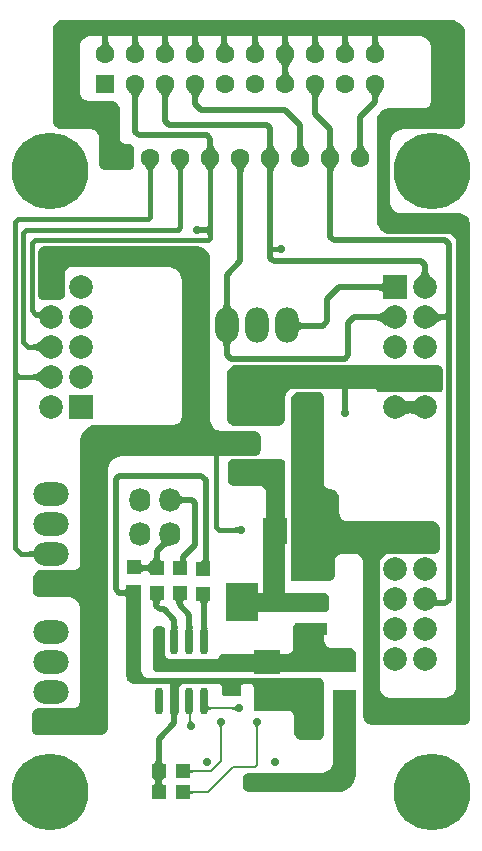
<source format=gbr>
G04*
G04 #@! TF.GenerationSoftware,Altium Limited,Altium Designer,24.2.2 (26)*
G04*
G04 Layer_Physical_Order=2*
G04 Layer_Color=16711680*
%FSLAX44Y44*%
%MOMM*%
G71*
G04*
G04 #@! TF.SameCoordinates,A69A520D-3C44-4C1A-B5D4-BA9765A151AF*
G04*
G04*
G04 #@! TF.FilePolarity,Positive*
G04*
G01*
G75*
%ADD10C,0.2000*%
%ADD15R,1.2000X1.2000*%
%ADD34C,0.5000*%
%ADD35C,1.0000*%
%ADD36C,0.4000*%
%ADD38C,2.0000*%
%ADD39R,2.0000X2.0000*%
%ADD40O,2.4000X1.8000*%
%ADD41R,2.4000X1.8000*%
%ADD42O,1.7780X2.0320*%
%ADD43O,3.0000X2.0000*%
%ADD44C,1.6000*%
%ADD45R,1.6000X1.6000*%
%ADD46C,6.5000*%
%ADD47O,2.0000X3.0000*%
%ADD48C,0.7000*%
%ADD49C,1.2700*%
%ADD50R,1.2000X1.2000*%
%ADD51R,1.9000X1.5000*%
%ADD52R,2.2000X2.0000*%
%ADD53R,2.0000X2.2000*%
%ADD54R,2.7000X1.0000*%
%ADD55R,2.7000X3.3000*%
%ADD56O,0.7000X2.3000*%
%ADD57C,0.5300*%
G36*
X316221Y674616D02*
X316314Y673905D01*
X316469Y673206D01*
X316686Y672519D01*
X316965Y671844D01*
X317306Y671181D01*
X317709Y670531D01*
X318174Y669893D01*
X318701Y669267D01*
X319290Y668653D01*
X308090D01*
X308679Y669267D01*
X309206Y669893D01*
X309671Y670531D01*
X310074Y671181D01*
X310415Y671844D01*
X310694Y672519D01*
X310911Y673206D01*
X311066Y673905D01*
X311159Y674616D01*
X311190Y675339D01*
X316190D01*
X316221Y674616D01*
D02*
G37*
G36*
X290821D02*
X290914Y673905D01*
X291069Y673206D01*
X291286Y672519D01*
X291565Y671844D01*
X291906Y671181D01*
X292309Y670531D01*
X292774Y669893D01*
X293301Y669267D01*
X293890Y668653D01*
X282690D01*
X283279Y669267D01*
X283806Y669893D01*
X284271Y670531D01*
X284674Y671181D01*
X285015Y671844D01*
X285294Y672519D01*
X285511Y673206D01*
X285666Y673905D01*
X285759Y674616D01*
X285790Y675339D01*
X290790D01*
X290821Y674616D01*
D02*
G37*
G36*
X265421D02*
X265514Y673905D01*
X265669Y673206D01*
X265886Y672519D01*
X266165Y671844D01*
X266506Y671181D01*
X266909Y670531D01*
X267374Y669893D01*
X267901Y669267D01*
X268490Y668653D01*
X257290D01*
X257879Y669267D01*
X258406Y669893D01*
X258871Y670531D01*
X259274Y671181D01*
X259615Y671844D01*
X259894Y672519D01*
X260111Y673206D01*
X260266Y673905D01*
X260359Y674616D01*
X260390Y675339D01*
X265390D01*
X265421Y674616D01*
D02*
G37*
G36*
X240021D02*
X240114Y673905D01*
X240269Y673206D01*
X240486Y672519D01*
X240765Y671844D01*
X241106Y671181D01*
X241509Y670531D01*
X241974Y669893D01*
X242501Y669267D01*
X243090Y668653D01*
X231890D01*
X232479Y669267D01*
X233006Y669893D01*
X233471Y670531D01*
X233874Y671181D01*
X234215Y671844D01*
X234494Y672519D01*
X234711Y673206D01*
X234866Y673905D01*
X234959Y674616D01*
X234990Y675339D01*
X239990D01*
X240021Y674616D01*
D02*
G37*
G36*
X214621D02*
X214714Y673905D01*
X214869Y673206D01*
X215086Y672519D01*
X215365Y671844D01*
X215706Y671181D01*
X216109Y670531D01*
X216574Y669893D01*
X217101Y669267D01*
X217690Y668653D01*
X206490D01*
X207079Y669267D01*
X207606Y669893D01*
X208071Y670531D01*
X208474Y671181D01*
X208815Y671844D01*
X209094Y672519D01*
X209311Y673206D01*
X209466Y673905D01*
X209559Y674616D01*
X209590Y675339D01*
X214590D01*
X214621Y674616D01*
D02*
G37*
G36*
X163821D02*
X163914Y673905D01*
X164069Y673206D01*
X164286Y672519D01*
X164565Y671844D01*
X164906Y671181D01*
X165309Y670531D01*
X165774Y669893D01*
X166301Y669267D01*
X166890Y668653D01*
X155690D01*
X156279Y669267D01*
X156806Y669893D01*
X157271Y670531D01*
X157674Y671181D01*
X158015Y671844D01*
X158294Y672519D01*
X158511Y673206D01*
X158666Y673905D01*
X158759Y674616D01*
X158790Y675339D01*
X163790D01*
X163821Y674616D01*
D02*
G37*
G36*
X138421D02*
X138514Y673905D01*
X138669Y673206D01*
X138886Y672519D01*
X139165Y671844D01*
X139506Y671181D01*
X139909Y670531D01*
X140374Y669893D01*
X140901Y669267D01*
X141490Y668653D01*
X130290D01*
X130879Y669267D01*
X131406Y669893D01*
X131871Y670531D01*
X132274Y671181D01*
X132615Y671844D01*
X132894Y672519D01*
X133111Y673206D01*
X133266Y673905D01*
X133359Y674616D01*
X133390Y675339D01*
X138390D01*
X138421Y674616D01*
D02*
G37*
G36*
X113021D02*
X113114Y673905D01*
X113269Y673206D01*
X113486Y672519D01*
X113765Y671844D01*
X114106Y671181D01*
X114509Y670531D01*
X114974Y669893D01*
X115501Y669267D01*
X116090Y668653D01*
X104890D01*
X105479Y669267D01*
X106006Y669893D01*
X106471Y670531D01*
X106874Y671181D01*
X107215Y671844D01*
X107494Y672519D01*
X107711Y673206D01*
X107866Y673905D01*
X107959Y674616D01*
X107990Y675339D01*
X112990D01*
X113021Y674616D01*
D02*
G37*
G36*
X87621D02*
X87714Y673905D01*
X87869Y673206D01*
X88086Y672519D01*
X88365Y671844D01*
X88706Y671181D01*
X89109Y670531D01*
X89574Y669893D01*
X90101Y669267D01*
X90690Y668653D01*
X79490D01*
X80079Y669267D01*
X80606Y669893D01*
X81071Y670531D01*
X81474Y671181D01*
X81815Y671844D01*
X82094Y672519D01*
X82311Y673206D01*
X82466Y673905D01*
X82559Y674616D01*
X82590Y675339D01*
X87590D01*
X87621Y674616D01*
D02*
G37*
G36*
X187954Y674904D02*
X188056Y674190D01*
X188225Y673504D01*
X188463Y672845D01*
X188768Y672214D01*
X189141Y671610D01*
X189582Y671034D01*
X190091Y670485D01*
X190667Y669964D01*
X191312Y669470D01*
X180254Y667692D01*
X180761Y668413D01*
X181614Y669848D01*
X181960Y670562D01*
X182253Y671273D01*
X182493Y671982D01*
X182680Y672689D01*
X182813Y673394D01*
X182893Y674096D01*
X182920Y674796D01*
X187920Y675645D01*
X187954Y674904D01*
D02*
G37*
G36*
X242501Y656613D02*
X241974Y655987D01*
X241509Y655349D01*
X241106Y654698D01*
X240765Y654036D01*
X240486Y653361D01*
X240269Y652674D01*
X240114Y651975D01*
X240021Y651264D01*
X239990Y650541D01*
X234990D01*
X234959Y651264D01*
X234866Y651975D01*
X234711Y652674D01*
X234494Y653361D01*
X234215Y654036D01*
X233874Y654698D01*
X233471Y655349D01*
X233006Y655987D01*
X232479Y656613D01*
X231890Y657227D01*
X243090D01*
X242501Y656613D01*
D02*
G37*
G36*
X240021Y649216D02*
X240114Y648505D01*
X240269Y647806D01*
X240486Y647119D01*
X240765Y646444D01*
X241106Y645781D01*
X241509Y645131D01*
X241974Y644493D01*
X242501Y643867D01*
X243090Y643253D01*
X231890D01*
X232479Y643867D01*
X233006Y644493D01*
X233471Y645131D01*
X233874Y645781D01*
X234215Y646444D01*
X234494Y647119D01*
X234711Y647806D01*
X234866Y648505D01*
X234959Y649216D01*
X234990Y649939D01*
X239990D01*
X240021Y649216D01*
D02*
G37*
G36*
X318701Y631213D02*
X318174Y630587D01*
X317709Y629949D01*
X317306Y629299D01*
X316965Y628636D01*
X316686Y627961D01*
X316469Y627274D01*
X316314Y626575D01*
X316221Y625864D01*
X316190Y625141D01*
X311190D01*
X311159Y625864D01*
X311066Y626575D01*
X310911Y627274D01*
X310694Y627961D01*
X310415Y628636D01*
X310074Y629299D01*
X309671Y629949D01*
X309206Y630587D01*
X308679Y631213D01*
X308090Y631827D01*
X319290D01*
X318701Y631213D01*
D02*
G37*
G36*
X267901D02*
X267374Y630587D01*
X266909Y629949D01*
X266506Y629299D01*
X266165Y628636D01*
X265886Y627961D01*
X265669Y627274D01*
X265514Y626575D01*
X265421Y625864D01*
X265390Y625141D01*
X260390D01*
X260359Y625864D01*
X260266Y626575D01*
X260111Y627274D01*
X259894Y627961D01*
X259615Y628636D01*
X259274Y629299D01*
X258871Y629949D01*
X258406Y630587D01*
X257879Y631213D01*
X257290Y631827D01*
X268490D01*
X267901Y631213D01*
D02*
G37*
G36*
X166301D02*
X165774Y630587D01*
X165309Y629949D01*
X164906Y629299D01*
X164565Y628636D01*
X164286Y627961D01*
X164069Y627274D01*
X163914Y626575D01*
X163821Y625864D01*
X163790Y625141D01*
X158790D01*
X158759Y625864D01*
X158666Y626575D01*
X158511Y627274D01*
X158294Y627961D01*
X158015Y628636D01*
X157674Y629299D01*
X157271Y629949D01*
X156806Y630587D01*
X156279Y631213D01*
X155690Y631827D01*
X166890D01*
X166301Y631213D01*
D02*
G37*
G36*
X140901D02*
X140374Y630587D01*
X139909Y629949D01*
X139506Y629299D01*
X139165Y628636D01*
X138886Y627961D01*
X138669Y627274D01*
X138514Y626575D01*
X138421Y625864D01*
X138390Y625141D01*
X133390D01*
X133359Y625864D01*
X133266Y626575D01*
X133111Y627274D01*
X132894Y627961D01*
X132615Y628636D01*
X132274Y629299D01*
X131871Y629949D01*
X131406Y630587D01*
X130879Y631213D01*
X130290Y631827D01*
X141490D01*
X140901Y631213D01*
D02*
G37*
G36*
X115501D02*
X114974Y630587D01*
X114509Y629949D01*
X114106Y629299D01*
X113765Y628636D01*
X113486Y627961D01*
X113269Y627274D01*
X113114Y626575D01*
X113021Y625864D01*
X112990Y625141D01*
X107990D01*
X107959Y625864D01*
X107866Y626575D01*
X107711Y627274D01*
X107494Y627961D01*
X107215Y628636D01*
X106874Y629299D01*
X106471Y629949D01*
X106006Y630587D01*
X105479Y631213D01*
X104890Y631827D01*
X116090D01*
X115501Y631213D01*
D02*
G37*
G36*
X49530Y692150D02*
X377190Y692150D01*
X377189Y692149D01*
X378440Y692149D01*
X380894Y691661D01*
X383205Y690704D01*
X385285Y689314D01*
X387054Y687546D01*
X388444Y685466D01*
X389402Y683154D01*
X389890Y680701D01*
X389890Y679450D01*
X389890Y607060D01*
X389888Y607059D01*
X389888Y606308D01*
X389596Y604837D01*
X389021Y603450D01*
X388188Y602202D01*
X387127Y601141D01*
X385879Y600307D01*
X384492Y599733D01*
X383020Y599440D01*
X337820D01*
X337820Y599440D01*
X336699Y599384D01*
X334502Y598947D01*
X332432Y598090D01*
X330569Y596845D01*
X328984Y595261D01*
X327740Y593398D01*
X326882Y591328D01*
X326445Y589130D01*
X326390Y588010D01*
Y537210D01*
X326390Y537209D01*
X326433Y536337D01*
X326773Y534628D01*
X327440Y533018D01*
X328408Y531569D01*
X329640Y530337D01*
X331089Y529369D01*
X332699Y528702D01*
X334409Y528363D01*
X335280Y528320D01*
X384810D01*
X384809Y528318D01*
X385685Y528319D01*
X387402Y527977D01*
X389020Y527308D01*
X390476Y526335D01*
X391715Y525097D01*
X392688Y523641D01*
X393358Y522023D01*
X393700Y520306D01*
X393700Y519430D01*
X393700Y100330D01*
X393700Y100330D01*
X393700Y99319D01*
X392926Y97452D01*
X391497Y96023D01*
X389630Y95250D01*
X311150D01*
X311149Y95250D01*
X310398Y95250D01*
X308926Y95543D01*
X307540Y96117D01*
X306292Y96951D01*
X305230Y98012D01*
X304396Y99261D01*
X303822Y100647D01*
X303530Y102120D01*
X303530Y102870D01*
Y232410D01*
X303528Y232409D01*
X303491Y233156D01*
X303200Y234621D01*
X302629Y236001D01*
X301800Y237243D01*
X300744Y238300D01*
X299502Y239130D01*
X298122Y239702D01*
X296657Y239993D01*
X295910Y240030D01*
X285750Y240030D01*
X284511Y239908D01*
X282222Y238960D01*
X280470Y237208D01*
X279522Y234919D01*
X279400Y233680D01*
Y222250D01*
X279397Y222249D01*
X279397Y221239D01*
X278625Y219372D01*
X277196Y217943D01*
X275330Y217170D01*
X274320Y217170D01*
X242570D01*
Y370840D01*
Y372103D01*
X243537Y374437D01*
X245323Y376223D01*
X247657Y377190D01*
X248920D01*
X265430Y377190D01*
X265430Y377190D01*
X266440Y377190D01*
X268307Y376417D01*
X269737Y374987D01*
X270510Y373120D01*
X270510Y372110D01*
X270510Y299719D01*
Y299718D01*
X270608Y298727D01*
X271366Y296896D01*
X272768Y295495D01*
X274599Y294737D01*
X275590Y294640D01*
X275589Y294639D01*
X276340Y294639D01*
X277812Y294347D01*
X279199Y293773D01*
X280447Y292939D01*
X281509Y291878D01*
X282343Y290630D01*
X282917Y289243D01*
X283210Y287771D01*
X283210Y287020D01*
X283210Y274319D01*
Y274317D01*
X283332Y273079D01*
X284280Y270790D01*
X286032Y269039D01*
X288321Y268092D01*
X289560Y267970D01*
X360680D01*
X360679Y267969D01*
X361430Y267969D01*
X362902Y267677D01*
X364289Y267103D01*
X365537Y266269D01*
X366599Y265208D01*
X367433Y263960D01*
X368007Y262573D01*
X368300Y261101D01*
X368300Y260350D01*
X368300Y245110D01*
X368299Y245109D01*
X368299Y244099D01*
X367526Y242232D01*
X366097Y240803D01*
X364230Y240030D01*
X363220Y240030D01*
X326390D01*
X326389Y240029D01*
X325518Y239986D01*
X323809Y239646D01*
X322199Y238979D01*
X320750Y238011D01*
X319518Y236779D01*
X318549Y235330D01*
X317883Y233720D01*
X317543Y232011D01*
X317500Y231140D01*
Y127000D01*
Y126999D01*
X317543Y126128D01*
X317883Y124418D01*
X318549Y122808D01*
X319518Y121359D01*
X320750Y120127D01*
X322199Y119159D01*
X323809Y118492D01*
X325519Y118153D01*
X326390Y118110D01*
X372109D01*
X373105Y118159D01*
X375059Y118547D01*
X376899Y119309D01*
X378556Y120415D01*
X379964Y121824D01*
X381071Y123480D01*
X381833Y125320D01*
X382221Y127274D01*
X382270Y128270D01*
X382270Y504190D01*
X382269Y504189D01*
X382147Y505428D01*
X381200Y507718D01*
X379448Y509470D01*
X377159Y510418D01*
X375920Y510540D01*
X327660Y510540D01*
X326409D01*
X323955Y511028D01*
X321644Y511985D01*
X319564Y513375D01*
X317795Y515144D01*
X316405Y517224D01*
X315448Y519535D01*
X314960Y521989D01*
Y523240D01*
Y607059D01*
X314960Y608060D01*
X315350Y610023D01*
X316115Y611872D01*
X317227Y613537D01*
X318643Y614952D01*
X320307Y616064D01*
X322156Y616830D01*
X324119Y617220D01*
X325120Y617220D01*
X354330Y617220D01*
X354329D01*
X355568Y617342D01*
X357858Y618289D01*
X359610Y620042D01*
X360558Y622331D01*
X360680Y623570D01*
X360680Y669290D01*
X360679Y669289D01*
X360636Y670161D01*
X360297Y671870D01*
X359630Y673480D01*
X358662Y674929D01*
X357430Y676162D01*
X355981Y677130D01*
X354371Y677797D01*
X352661Y678137D01*
X351790Y678180D01*
X72390Y678180D01*
X72389Y678179D01*
X71518Y678137D01*
X69809Y677797D01*
X68199Y677130D01*
X66750Y676162D01*
X65518Y674929D01*
X64550Y673480D01*
X63883Y671870D01*
X63543Y670161D01*
X63500Y669290D01*
Y631190D01*
Y631189D01*
X63537Y630443D01*
X63828Y628978D01*
X64400Y627597D01*
X65230Y626356D01*
X66286Y625299D01*
X67528Y624469D01*
X68908Y623898D01*
X70373Y623607D01*
X71120Y623570D01*
X88900D01*
X88899Y623569D01*
X89775Y623569D01*
X91493Y623228D01*
X93111Y622558D01*
X94567Y621585D01*
X95805Y620347D01*
X96778Y618891D01*
X97448Y617273D01*
X97790Y615556D01*
X97790Y614680D01*
X97790Y599440D01*
Y591820D01*
Y591819D01*
X97888Y590828D01*
X98646Y588997D01*
X100048Y587596D01*
X101879Y586837D01*
X102870Y586740D01*
X105410D01*
X105409Y586739D01*
X106167Y586739D01*
X107568Y586160D01*
X108640Y585088D01*
X109220Y583688D01*
X109220Y582930D01*
X109220Y568960D01*
X109219Y568959D01*
X109219Y568201D01*
X108639Y566801D01*
X107568Y565730D01*
X106168Y565150D01*
X105410Y565150D01*
X85089D01*
X84079Y565150D01*
X82212Y565923D01*
X80783Y567352D01*
X80010Y569220D01*
X80010Y570230D01*
X80010Y591820D01*
X80010D01*
X79973Y592567D01*
X79682Y594032D01*
X79110Y595412D01*
X78280Y596654D01*
X77224Y597710D01*
X75982Y598540D01*
X74602Y599112D01*
X73137Y599403D01*
X72390Y599440D01*
X47509D01*
X46037Y599733D01*
X44651Y600307D01*
X43403Y601141D01*
X42341Y602202D01*
X41507Y603451D01*
X40933Y604837D01*
X40640Y606310D01*
Y607060D01*
X40640Y678180D01*
Y683260D01*
X40640Y684135D01*
X40981Y685853D01*
X41652Y687471D01*
X42624Y688927D01*
X43863Y690165D01*
X45319Y691138D01*
X46937Y691808D01*
X48654Y692150D01*
X49530Y692150D01*
D02*
G37*
G36*
X303521Y586986D02*
X303614Y586275D01*
X303769Y585576D01*
X303986Y584889D01*
X304265Y584214D01*
X304606Y583551D01*
X305009Y582901D01*
X305474Y582263D01*
X306001Y581637D01*
X306590Y581023D01*
X295390D01*
X295979Y581637D01*
X296506Y582263D01*
X296971Y582901D01*
X297374Y583551D01*
X297715Y584214D01*
X297994Y584889D01*
X298211Y585576D01*
X298366Y586275D01*
X298459Y586986D01*
X298490Y587709D01*
X303490D01*
X303521Y586986D01*
D02*
G37*
G36*
X278121D02*
X278214Y586275D01*
X278369Y585576D01*
X278586Y584889D01*
X278865Y584214D01*
X279206Y583551D01*
X279609Y582901D01*
X280074Y582263D01*
X280601Y581637D01*
X281190Y581023D01*
X269990D01*
X270579Y581637D01*
X271106Y582263D01*
X271571Y582901D01*
X271974Y583551D01*
X272315Y584214D01*
X272594Y584889D01*
X272811Y585576D01*
X272966Y586275D01*
X273059Y586986D01*
X273090Y587709D01*
X278090D01*
X278121Y586986D01*
D02*
G37*
G36*
X252721D02*
X252814Y586275D01*
X252969Y585576D01*
X253186Y584889D01*
X253465Y584214D01*
X253806Y583551D01*
X254209Y582901D01*
X254674Y582263D01*
X255201Y581637D01*
X255790Y581023D01*
X244590D01*
X245179Y581637D01*
X245706Y582263D01*
X246171Y582901D01*
X246574Y583551D01*
X246915Y584214D01*
X247194Y584889D01*
X247411Y585576D01*
X247566Y586275D01*
X247659Y586986D01*
X247690Y587709D01*
X252690D01*
X252721Y586986D01*
D02*
G37*
G36*
X227321D02*
X227414Y586275D01*
X227569Y585576D01*
X227786Y584889D01*
X228065Y584214D01*
X228406Y583551D01*
X228809Y582901D01*
X229274Y582263D01*
X229801Y581637D01*
X230390Y581023D01*
X219190D01*
X219779Y581637D01*
X220306Y582263D01*
X220771Y582901D01*
X221174Y583551D01*
X221515Y584214D01*
X221794Y584889D01*
X222011Y585576D01*
X222166Y586275D01*
X222259Y586986D01*
X222290Y587709D01*
X227290D01*
X227321Y586986D01*
D02*
G37*
G36*
X176521D02*
X176614Y586275D01*
X176769Y585576D01*
X176986Y584889D01*
X177265Y584214D01*
X177606Y583551D01*
X178009Y582901D01*
X178474Y582263D01*
X179001Y581637D01*
X179590Y581023D01*
X168390D01*
X168979Y581637D01*
X169506Y582263D01*
X169971Y582901D01*
X170374Y583551D01*
X170715Y584214D01*
X170994Y584889D01*
X171211Y585576D01*
X171366Y586275D01*
X171459Y586986D01*
X171490Y587709D01*
X176490D01*
X176521Y586986D01*
D02*
G37*
G36*
X204429Y569010D02*
X203928Y568406D01*
X203486Y567785D01*
X203102Y567147D01*
X202778Y566492D01*
X202512Y565820D01*
X202306Y565131D01*
X202158Y564425D01*
X202069Y563702D01*
X202040Y562962D01*
X196740D01*
X196710Y563702D01*
X196622Y564425D01*
X196474Y565131D01*
X196268Y565820D01*
X196003Y566492D01*
X195678Y567147D01*
X195294Y567785D01*
X194852Y568406D01*
X194350Y569010D01*
X193790Y569597D01*
X204990D01*
X204429Y569010D01*
D02*
G37*
G36*
X280601Y568983D02*
X280074Y568357D01*
X279609Y567719D01*
X279206Y567068D01*
X278865Y566406D01*
X278586Y565731D01*
X278369Y565044D01*
X278214Y564345D01*
X278121Y563634D01*
X278090Y562911D01*
X273090D01*
X273059Y563634D01*
X272966Y564345D01*
X272811Y565044D01*
X272594Y565731D01*
X272315Y566406D01*
X271974Y567068D01*
X271571Y567719D01*
X271106Y568357D01*
X270579Y568983D01*
X269990Y569597D01*
X281190D01*
X280601Y568983D01*
D02*
G37*
G36*
X229801D02*
X229274Y568357D01*
X228809Y567719D01*
X228406Y567068D01*
X228065Y566406D01*
X227786Y565731D01*
X227569Y565044D01*
X227414Y564345D01*
X227321Y563634D01*
X227290Y562911D01*
X222290D01*
X222259Y563634D01*
X222166Y564345D01*
X222011Y565044D01*
X221794Y565731D01*
X221515Y566406D01*
X221174Y567068D01*
X220771Y567719D01*
X220306Y568357D01*
X219779Y568983D01*
X219190Y569597D01*
X230390D01*
X229801Y568983D01*
D02*
G37*
G36*
X178906Y568893D02*
X177754Y567500D01*
X177286Y566810D01*
X176890Y566124D01*
X176566Y565443D01*
X176314Y564767D01*
X176134Y564095D01*
X176026Y563427D01*
X175990Y562764D01*
X171990D01*
X171954Y563427D01*
X171846Y564095D01*
X171666Y564767D01*
X171414Y565443D01*
X171090Y566124D01*
X170694Y566810D01*
X170226Y567500D01*
X169686Y568194D01*
X169074Y568893D01*
X168390Y569597D01*
X179590D01*
X178906Y568893D01*
D02*
G37*
G36*
X153506D02*
X152354Y567500D01*
X151886Y566810D01*
X151490Y566124D01*
X151166Y565443D01*
X150914Y564767D01*
X150734Y564095D01*
X150626Y563427D01*
X150590Y562764D01*
X146590D01*
X146554Y563427D01*
X146446Y564095D01*
X146266Y564767D01*
X146014Y565443D01*
X145690Y566124D01*
X145294Y566810D01*
X144826Y567500D01*
X144286Y568194D01*
X143674Y568893D01*
X142990Y569597D01*
X154190D01*
X153506Y568893D01*
D02*
G37*
G36*
X128106D02*
X126954Y567500D01*
X126486Y566810D01*
X126090Y566124D01*
X125766Y565443D01*
X125514Y564767D01*
X125334Y564095D01*
X125226Y563427D01*
X125190Y562764D01*
X121190D01*
X121154Y563427D01*
X121046Y564095D01*
X120866Y564767D01*
X120614Y565443D01*
X120290Y566124D01*
X119894Y566810D01*
X119426Y567500D01*
X118886Y568194D01*
X118274Y568893D01*
X117590Y569597D01*
X128790D01*
X128106Y568893D01*
D02*
G37*
G36*
X165164Y516715D02*
X165300Y516638D01*
X165467Y516571D01*
X165667Y516512D01*
X165898Y516463D01*
X166161Y516422D01*
X166783Y516368D01*
X167532Y516350D01*
Y512350D01*
X167142Y512346D01*
X166161Y512278D01*
X165898Y512238D01*
X165667Y512188D01*
X165467Y512130D01*
X165300Y512062D01*
X165164Y511986D01*
X165060Y511900D01*
Y516800D01*
X165164Y516715D01*
D02*
G37*
G36*
X175990Y514350D02*
X171990Y508350D01*
X171950Y509110D01*
X171830Y509790D01*
X171630Y510390D01*
X171350Y510910D01*
X170990Y511350D01*
X170550Y511710D01*
X170030Y511990D01*
X169430Y512190D01*
X168750Y512310D01*
X167990Y512350D01*
Y516350D01*
X168750Y516390D01*
X169430Y516510D01*
X170030Y516710D01*
X170550Y516990D01*
X170990Y517350D01*
X171350Y517790D01*
X171630Y518310D01*
X171830Y518910D01*
X171950Y519590D01*
X171990Y520350D01*
X175990Y514350D01*
D02*
G37*
G36*
X231180Y495390D02*
X231076Y495476D01*
X230940Y495552D01*
X230773Y495620D01*
X230573Y495678D01*
X230342Y495728D01*
X230079Y495768D01*
X229457Y495822D01*
X228708Y495840D01*
Y499840D01*
X229098Y499845D01*
X230079Y499912D01*
X230342Y499953D01*
X230573Y500002D01*
X230773Y500061D01*
X230940Y500128D01*
X231076Y500205D01*
X231180Y500290D01*
Y495390D01*
D02*
G37*
G36*
X358145Y480544D02*
X358280Y479709D01*
X358505Y478869D01*
X358820Y478024D01*
X359225Y477172D01*
X359720Y476315D01*
X360305Y475453D01*
X360980Y474585D01*
X361745Y473711D01*
X362600Y472832D01*
X348600D01*
X349455Y473711D01*
X350895Y475453D01*
X351480Y476315D01*
X351975Y477172D01*
X352380Y478024D01*
X352695Y478869D01*
X352920Y479709D01*
X353055Y480544D01*
X353100Y481373D01*
X358100D01*
X358145Y480544D01*
D02*
G37*
G36*
X320261Y460690D02*
X320211Y461165D01*
X320060Y461590D01*
X319808Y461965D01*
X319456Y462290D01*
X319003Y462565D01*
X318450Y462790D01*
X317796Y462965D01*
X317041Y463090D01*
X316186Y463165D01*
X315231Y463190D01*
Y468190D01*
X316186Y468215D01*
X317041Y468290D01*
X317796Y468415D01*
X318450Y468590D01*
X319003Y468815D01*
X319456Y469090D01*
X319808Y469415D01*
X320060Y469790D01*
X320211Y470215D01*
X320261Y470690D01*
Y460690D01*
D02*
G37*
G36*
X190636Y452753D02*
X190847Y450682D01*
X191032Y449841D01*
X191269Y449130D01*
X191559Y448547D01*
X191901Y448094D01*
X192297Y447771D01*
X192745Y447577D01*
X193246Y447512D01*
X182674D01*
X183175Y447577D01*
X183623Y447771D01*
X184019Y448094D01*
X184361Y448547D01*
X184651Y449130D01*
X184888Y449841D01*
X185073Y450682D01*
X185205Y451653D01*
X185284Y452753D01*
X185310Y453982D01*
X190610D01*
X190636Y452753D01*
D02*
G37*
G36*
X29534Y438887D02*
X29447Y439208D01*
X29311Y439496D01*
X29125Y439751D01*
X28890Y439971D01*
X28605Y440157D01*
X28271Y440309D01*
X27887Y440428D01*
X27454Y440513D01*
X26971Y440563D01*
X26439Y440580D01*
Y444580D01*
X27125Y444595D01*
X28338Y444710D01*
X28864Y444810D01*
X29338Y444939D01*
X29758Y445097D01*
X30125Y445284D01*
X30438Y445499D01*
X30699Y445743D01*
X30906Y446016D01*
X29534Y438887D01*
D02*
G37*
G36*
X363621Y446435D02*
X365363Y444995D01*
X366225Y444410D01*
X367082Y443915D01*
X367933Y443510D01*
X368779Y443195D01*
X369619Y442970D01*
X370454Y442835D01*
X371283Y442790D01*
Y437790D01*
X370454Y437745D01*
X369619Y437610D01*
X368779Y437385D01*
X367933Y437070D01*
X367082Y436665D01*
X366225Y436170D01*
X365363Y435585D01*
X364495Y434910D01*
X363621Y434145D01*
X362741Y433290D01*
Y447290D01*
X363621Y446435D01*
D02*
G37*
G36*
X323059Y433290D02*
X322206Y434117D01*
X321354Y434856D01*
X320503Y435509D01*
X319652Y436074D01*
X318801Y436553D01*
X317952Y436944D01*
X317102Y437249D01*
X316253Y437466D01*
X315405Y437597D01*
X314557Y437640D01*
Y442940D01*
X315405Y442984D01*
X316253Y443114D01*
X317102Y443332D01*
X317952Y443636D01*
X318801Y444028D01*
X319652Y444506D01*
X320503Y445072D01*
X321354Y445724D01*
X322206Y446464D01*
X323059Y447290D01*
Y433290D01*
D02*
G37*
G36*
X248793Y437595D02*
X248941Y437170D01*
X249190Y436795D01*
X249540Y436470D01*
X249993Y436195D01*
X250546Y435970D01*
X251202Y435795D01*
X251959Y435670D01*
X252818Y435595D01*
X253778Y435570D01*
Y430570D01*
X252808Y430545D01*
X251939Y430470D01*
X251173Y430345D01*
X250507Y430171D01*
X249944Y429946D01*
X249482Y429671D01*
X249121Y429347D01*
X248862Y428972D01*
X248705Y428547D01*
X248649Y428073D01*
X248747Y438070D01*
X248793Y437595D01*
D02*
G37*
G36*
X192745Y420559D02*
X192297Y420364D01*
X191901Y420041D01*
X191559Y419588D01*
X191269Y419006D01*
X191032Y418294D01*
X190847Y417453D01*
X190715Y416483D01*
X190636Y415383D01*
X190610Y414154D01*
X185310D01*
X185284Y415383D01*
X185073Y417453D01*
X184888Y418294D01*
X184651Y419006D01*
X184361Y419588D01*
X184019Y420041D01*
X183623Y420364D01*
X183175Y420559D01*
X182674Y420623D01*
X193246D01*
X192745Y420559D01*
D02*
G37*
G36*
X32229Y408290D02*
X31260Y409240D01*
X29391Y410840D01*
X28491Y411490D01*
X27614Y412040D01*
X26760Y412490D01*
X25928Y412840D01*
X25120Y413090D01*
X24335Y413240D01*
X23572Y413290D01*
Y417290D01*
X24335Y417340D01*
X25120Y417490D01*
X25928Y417740D01*
X26760Y418090D01*
X27614Y418540D01*
X28491Y419090D01*
X29391Y419740D01*
X30314Y420490D01*
X32229Y422290D01*
Y408290D01*
D02*
G37*
G36*
X368638Y399277D02*
X370067Y397848D01*
X370840Y395980D01*
X370840Y394970D01*
X370840Y379730D01*
X370840Y379730D01*
X370840Y379171D01*
X370412Y378140D01*
X369623Y377350D01*
X368591Y376922D01*
X368032Y376922D01*
X316497Y376922D01*
X316497D01*
X316192Y376922D01*
X315627Y377156D01*
X315194Y377589D01*
X314960Y378154D01*
X314960Y378460D01*
X314960Y378460D01*
X314935Y378708D01*
X314746Y379165D01*
X314396Y379516D01*
X313938Y379706D01*
X313690Y379730D01*
X243840Y379730D01*
X243840Y379730D01*
X242601Y379608D01*
X240312Y378660D01*
X238560Y376908D01*
X237612Y374619D01*
X237490Y373380D01*
Y355600D01*
X237489Y355600D01*
X237489Y354849D01*
X237197Y353377D01*
X236622Y351991D01*
X235788Y350742D01*
X234727Y349681D01*
X233479Y348847D01*
X232093Y348273D01*
X230620Y347980D01*
X194830D01*
X193357Y348273D01*
X191971Y348847D01*
X190723Y349681D01*
X189661Y350742D01*
X188827Y351991D01*
X188253Y353377D01*
X187960Y354850D01*
Y355600D01*
Y391162D01*
X187960Y392037D01*
X188302Y393755D01*
X188972Y395373D01*
X189945Y396828D01*
X191183Y398066D01*
X192639Y399039D01*
X194257Y399709D01*
X195974Y400050D01*
X196850Y400050D01*
X365760Y400050D01*
X365760Y400050D01*
X366771Y400050D01*
X368638Y399277D01*
D02*
G37*
G36*
X10913Y396864D02*
X10984Y396114D01*
X11101Y395397D01*
X11265Y394713D01*
X11476Y394062D01*
X11734Y393444D01*
X12038Y392859D01*
X12390Y392308D01*
X12788Y391789D01*
X13233Y391304D01*
X8890Y392819D01*
X6890D01*
X10890Y397648D01*
X10913Y396864D01*
D02*
G37*
G36*
X32229Y382890D02*
X31260Y383840D01*
X29391Y385440D01*
X28491Y386090D01*
X27614Y386640D01*
X26760Y387090D01*
X25928Y387440D01*
X25120Y387690D01*
X24335Y387840D01*
X23572Y387890D01*
Y391890D01*
X24335Y391940D01*
X25120Y392090D01*
X25928Y392340D01*
X26760Y392690D01*
X27614Y393140D01*
X28491Y393690D01*
X29391Y394340D01*
X30314Y395090D01*
X32229Y396890D01*
Y382890D01*
D02*
G37*
G36*
X348459Y357090D02*
X348031Y357470D01*
X347531Y357810D01*
X346959Y358110D01*
X346315Y358370D01*
X345599Y358590D01*
X344811Y358770D01*
X343951Y358910D01*
X343036Y359008D01*
X341849Y358910D01*
X340989Y358770D01*
X340201Y358590D01*
X339485Y358370D01*
X338842Y358110D01*
X338270Y357810D01*
X337770Y357470D01*
X337341Y357090D01*
Y371090D01*
X337770Y370710D01*
X338270Y370370D01*
X338842Y370070D01*
X339485Y369810D01*
X340201Y369590D01*
X340989Y369410D01*
X341849Y369270D01*
X342764Y369172D01*
X343951Y369270D01*
X344811Y369410D01*
X345599Y369590D01*
X346315Y369810D01*
X346959Y370070D01*
X347531Y370370D01*
X348031Y370710D01*
X348459Y371090D01*
Y357090D01*
D02*
G37*
G36*
X34290Y500380D02*
X162560Y500380D01*
X162560Y500379D01*
X163686Y500379D01*
X165894Y499940D01*
X167974Y499079D01*
X169846Y497828D01*
X171438Y496236D01*
X172689Y494364D01*
X173551Y492284D01*
X173990Y490076D01*
X173990Y488950D01*
X173990Y353060D01*
X174033Y352189D01*
X174373Y350479D01*
X175040Y348869D01*
X176008Y347420D01*
X177240Y346188D01*
X178689Y345220D01*
X180299Y344553D01*
X182009Y344213D01*
X182880Y344170D01*
X210820D01*
Y344170D01*
X212083D01*
X214417Y343203D01*
X216203Y341417D01*
X217170Y339083D01*
Y337820D01*
Y328930D01*
X217169Y328930D01*
X217169Y327667D01*
X216203Y325333D01*
X214417Y323547D01*
X212083Y322580D01*
X99060D01*
X99060Y322580D01*
X97940Y322525D01*
X95742Y322088D01*
X93672Y321230D01*
X91809Y319986D01*
X90225Y318401D01*
X88980Y316538D01*
X88122Y314468D01*
X87685Y312270D01*
X87630Y311150D01*
X87630Y110490D01*
X87630Y93980D01*
X87630Y93980D01*
X87630Y93230D01*
X87337Y91757D01*
X86763Y90371D01*
X85929Y89122D01*
X84867Y88061D01*
X83619Y87227D01*
X82233Y86653D01*
X80760Y86360D01*
X26930D01*
X25062Y87133D01*
X23633Y88562D01*
X22860Y90429D01*
Y91440D01*
Y102870D01*
X22860Y104133D01*
X23826Y106467D01*
X25613Y108253D01*
X27947Y109220D01*
X29210Y109220D01*
X57150Y109220D01*
X57150D01*
X58389Y109342D01*
X60678Y110290D01*
X62430Y112042D01*
X63378Y114331D01*
X63500Y115570D01*
X63500Y194310D01*
X63500Y194310D01*
X63457Y195181D01*
X63117Y196891D01*
X62450Y198501D01*
X61482Y199950D01*
X60250Y201182D01*
X58801Y202150D01*
X57191Y202817D01*
X55481Y203157D01*
X54610Y203200D01*
X29210Y203200D01*
X29210Y203200D01*
X28200Y203200D01*
X26332Y203973D01*
X24903Y205402D01*
X24130Y207269D01*
X24130Y208280D01*
Y219710D01*
X24130D01*
Y220973D01*
X25097Y223307D01*
X26883Y225093D01*
X29217Y226060D01*
X58420D01*
X58420Y226060D01*
X59411Y226158D01*
X61242Y226916D01*
X62644Y228318D01*
X63402Y230149D01*
X63500Y231140D01*
X63500Y335280D01*
X63500Y335280D01*
X63500Y336656D01*
X64037Y339355D01*
X65090Y341897D01*
X66619Y344185D01*
X68564Y346131D01*
X70853Y347660D01*
X73395Y348713D01*
X76094Y349250D01*
X77470Y349250D01*
X142240Y349250D01*
X142240D01*
X142987Y349287D01*
X144452Y349578D01*
X145832Y350149D01*
X147074Y350979D01*
X148130Y352036D01*
X148960Y353278D01*
X149532Y354658D01*
X149823Y356123D01*
X149860Y356870D01*
X149860Y471170D01*
X149859Y471170D01*
X149804Y472290D01*
X149367Y474488D01*
X148510Y476558D01*
X147265Y478421D01*
X145681Y480005D01*
X143818Y481250D01*
X141748Y482108D01*
X139550Y482545D01*
X138430Y482600D01*
X55880Y482600D01*
Y482600D01*
X54889Y482502D01*
X53058Y481744D01*
X51656Y480342D01*
X50898Y478511D01*
X50800Y477520D01*
Y459740D01*
X50799Y459740D01*
X50799Y458729D01*
X50026Y456862D01*
X48597Y455433D01*
X46730Y454660D01*
X33020D01*
X33020Y454660D01*
X32009Y454660D01*
X30142Y455434D01*
X28713Y456862D01*
X27940Y458730D01*
Y459740D01*
Y494030D01*
X27940Y495293D01*
X28907Y497627D01*
X30693Y499414D01*
X33027Y500380D01*
X34290Y500380D01*
D02*
G37*
G36*
X147783Y290263D02*
X147955Y289841D01*
X148243Y289468D01*
X148646Y289145D01*
X149164Y288871D01*
X149797Y288648D01*
X150546Y288474D01*
X151409Y288349D01*
X152388Y288275D01*
X153481Y288250D01*
Y283250D01*
X152388Y283225D01*
X151409Y283151D01*
X150546Y283026D01*
X149797Y282852D01*
X149164Y282629D01*
X148646Y282355D01*
X148243Y282032D01*
X147955Y281659D01*
X147783Y281237D01*
X147725Y280764D01*
Y290736D01*
X147783Y290263D01*
D02*
G37*
G36*
X197501Y257900D02*
X197397Y257985D01*
X197260Y258062D01*
X197093Y258130D01*
X196893Y258188D01*
X196662Y258237D01*
X196399Y258278D01*
X195777Y258332D01*
X195028Y258350D01*
Y262350D01*
X195418Y262355D01*
X196399Y262422D01*
X196662Y262463D01*
X196893Y262512D01*
X197093Y262570D01*
X197260Y262638D01*
X197397Y262715D01*
X197501Y262800D01*
Y257900D01*
D02*
G37*
G36*
X139582Y246410D02*
X139150Y246644D01*
X138668Y246759D01*
X138139Y246756D01*
X137561Y246634D01*
X136935Y246393D01*
X136260Y246034D01*
X135537Y245557D01*
X134765Y244961D01*
X133945Y244246D01*
X133077Y243413D01*
X129042Y246448D01*
X129853Y247295D01*
X131091Y248815D01*
X131518Y249487D01*
X131815Y250101D01*
X131985Y250657D01*
X132025Y251154D01*
X131937Y251593D01*
X131721Y251975D01*
X131375Y252297D01*
X139582Y246410D01*
D02*
G37*
G36*
X25231Y236044D02*
X25184Y236422D01*
X25044Y236759D01*
X24810Y237057D01*
X24483Y237315D01*
X24063Y237534D01*
X23549Y237712D01*
X22941Y237851D01*
X22241Y237951D01*
X21446Y238010D01*
X20559Y238030D01*
Y242030D01*
X21446Y242050D01*
X22241Y242109D01*
X22941Y242209D01*
X23549Y242348D01*
X24063Y242526D01*
X24483Y242745D01*
X24810Y243003D01*
X25044Y243301D01*
X25184Y243638D01*
X25231Y244016D01*
Y236044D01*
D02*
G37*
G36*
X153585Y236794D02*
X153739Y234165D01*
X153781Y234063D01*
X153827Y234029D01*
X147669D01*
X147843Y234063D01*
X147998Y234165D01*
X148135Y234336D01*
X148253Y234575D01*
X148354Y234882D01*
X148436Y235258D01*
X148500Y235702D01*
X148546Y236213D01*
X148582Y237442D01*
X153582D01*
X153585Y236794D01*
D02*
G37*
G36*
X131064Y238079D02*
X131139Y237229D01*
X131264Y236479D01*
X131439Y235829D01*
X131664Y235279D01*
X131939Y234829D01*
X132264Y234479D01*
X132639Y234229D01*
X133064Y234079D01*
X133539Y234029D01*
X123539D01*
X124014Y234079D01*
X124439Y234229D01*
X124814Y234479D01*
X125139Y234829D01*
X125414Y235279D01*
X125639Y235829D01*
X125814Y236479D01*
X125939Y237229D01*
X126014Y238079D01*
X126039Y239029D01*
X131039D01*
X131064Y238079D01*
D02*
G37*
G36*
X172689Y237435D02*
X172912Y234635D01*
X173015Y234185D01*
X173136Y233835D01*
X173275Y233585D01*
X173433Y233435D01*
X173610Y233385D01*
X165180Y233355D01*
X165655Y233407D01*
X166080Y233559D01*
X166455Y233811D01*
X166780Y234164D01*
X167055Y234617D01*
X167280Y235170D01*
X167455Y235824D01*
X167580Y236577D01*
X167655Y237431D01*
X167680Y238385D01*
X172680D01*
X172689Y237435D01*
D02*
G37*
G36*
X122600Y223060D02*
X122550Y223535D01*
X122399Y223960D01*
X122148Y224335D01*
X121795Y224660D01*
X121343Y224935D01*
X120789Y225160D01*
X120135Y225335D01*
X119381Y225460D01*
X118880Y225504D01*
X118378Y225460D01*
X117624Y225335D01*
X116970Y225160D01*
X116417Y224935D01*
X115964Y224660D01*
X115612Y224335D01*
X115360Y223960D01*
X115209Y223535D01*
X115159Y223060D01*
Y233060D01*
X115209Y232585D01*
X115360Y232160D01*
X115612Y231785D01*
X115964Y231460D01*
X116417Y231185D01*
X116970Y230960D01*
X117624Y230785D01*
X118378Y230660D01*
X118880Y230616D01*
X119381Y230660D01*
X120135Y230785D01*
X120789Y230960D01*
X121343Y231185D01*
X121795Y231460D01*
X122148Y231785D01*
X122399Y232160D01*
X122550Y232585D01*
X122600Y233060D01*
Y223060D01*
D02*
G37*
G36*
X152203Y201073D02*
X151816Y200928D01*
X151474Y200688D01*
X151178Y200351D01*
X150927Y199919D01*
X150723Y199390D01*
X150563Y198764D01*
X150449Y198043D01*
X150381Y197226D01*
X150358Y196312D01*
X145358D01*
X145335Y197226D01*
X145267Y198043D01*
X145153Y198764D01*
X144993Y199390D01*
X144788Y199919D01*
X144538Y200351D01*
X144242Y200688D01*
X143900Y200928D01*
X143513Y201073D01*
X143080Y201121D01*
X152636D01*
X152203Y201073D01*
D02*
G37*
G36*
X132795Y201070D02*
X132370Y200919D01*
X131995Y200668D01*
X131670Y200316D01*
X131395Y199863D01*
X131170Y199310D01*
X130995Y198656D01*
X130870Y197901D01*
X130795Y197046D01*
X130770Y196090D01*
X125770D01*
X125745Y197046D01*
X125670Y197901D01*
X125545Y198656D01*
X125370Y199310D01*
X125145Y199863D01*
X124870Y200316D01*
X124545Y200668D01*
X124170Y200919D01*
X123745Y201070D01*
X123270Y201121D01*
X133270D01*
X132795Y201070D01*
D02*
G37*
G36*
X173053Y200397D02*
X172628Y200247D01*
X172253Y199997D01*
X171928Y199647D01*
X171653Y199197D01*
X171427Y198647D01*
X171252Y197997D01*
X171127Y197247D01*
X171052Y196397D01*
X171028Y195447D01*
X166028D01*
X166003Y196397D01*
X165928Y197247D01*
X165802Y197997D01*
X165627Y198647D01*
X165403Y199197D01*
X165128Y199647D01*
X164802Y199997D01*
X164428Y200247D01*
X164002Y200397D01*
X163528Y200447D01*
X173528D01*
X173053Y200397D01*
D02*
G37*
G36*
X233680Y320040D02*
X234438Y320040D01*
X235839Y319460D01*
X236910Y318388D01*
X237491Y316987D01*
X237491Y316229D01*
X237491Y299720D01*
Y207010D01*
X266701D01*
X270511Y207010D01*
X270511Y207008D01*
X271268Y207009D01*
X272669Y206430D01*
X273741Y205358D01*
X274321Y203958D01*
X274321Y203200D01*
X274321Y194310D01*
X274319Y194310D01*
X274319Y193552D01*
X273740Y192152D01*
X272668Y191080D01*
X271268Y190500D01*
X270511Y190500D01*
X201931D01*
Y207010D01*
X218441D01*
Y260350D01*
X220981D01*
X220981Y292099D01*
X220980Y292099D01*
X220883Y293091D01*
X220124Y294922D01*
X218723Y296324D01*
X216891Y297082D01*
X215900Y297180D01*
X194310Y297180D01*
X194310D01*
X193300Y297180D01*
X191433Y297953D01*
X190004Y299382D01*
X189231Y301249D01*
X189231Y302259D01*
Y316231D01*
Y316988D01*
X189811Y318388D01*
X190882Y319460D01*
X192282Y320040D01*
X193040D01*
X233680Y320040D01*
X233680Y320040D01*
D02*
G37*
G36*
X158715Y180954D02*
X158970Y177022D01*
X159050Y176669D01*
X159140Y176401D01*
X159241Y176220D01*
X153179D01*
X153280Y176401D01*
X153370Y176669D01*
X153450Y177022D01*
X153519Y177462D01*
X153625Y178601D01*
X153705Y180954D01*
X153710Y181911D01*
X158710D01*
X158715Y180954D01*
D02*
G37*
G36*
X146015D02*
X146270Y177022D01*
X146350Y176669D01*
X146440Y176401D01*
X146541Y176220D01*
X140479D01*
X140580Y176401D01*
X140670Y176669D01*
X140750Y177022D01*
X140819Y177462D01*
X140925Y178601D01*
X141005Y180954D01*
X141010Y181911D01*
X146010D01*
X146015Y180954D01*
D02*
G37*
G36*
X171037Y181293D02*
X171256Y178314D01*
X171356Y177751D01*
X171475Y177260D01*
X171612Y176841D01*
X171767Y176494D01*
X171941Y176220D01*
X165530Y175376D01*
X165624Y175653D01*
X165709Y176002D01*
X165784Y176424D01*
X165903Y177486D01*
X165983Y178839D01*
X166028Y181413D01*
X171028Y182218D01*
X171037Y181293D01*
D02*
G37*
G36*
X270510Y166370D02*
X270510Y166370D01*
X270632Y165131D01*
X271580Y162842D01*
X273332Y161090D01*
X275621Y160142D01*
X276860Y160020D01*
X292100D01*
X292100Y160020D01*
X293110Y160020D01*
X294978Y159247D01*
X296407Y157817D01*
X297180Y155950D01*
X297180Y154940D01*
X297180Y139700D01*
X270510D01*
X243840Y139700D01*
X129540D01*
X128782Y139700D01*
X127382Y140280D01*
X126310Y141352D01*
X125730Y142752D01*
X125730Y143510D01*
Y175262D01*
X125730Y176019D01*
X126310Y177419D01*
X127382Y178491D01*
X128782Y179070D01*
X129540Y179070D01*
X132080Y179070D01*
X132080Y179070D01*
X132838Y179070D01*
X134238Y178490D01*
X135310Y177418D01*
X135890Y176018D01*
X135890Y175260D01*
X135890Y154940D01*
Y154940D01*
X135963Y154197D01*
X136532Y152823D01*
X137583Y151772D01*
X138957Y151203D01*
X139700Y151130D01*
X179674Y151130D01*
X180052Y151167D01*
X180750Y151456D01*
X181284Y151990D01*
X181573Y152688D01*
X181610Y153066D01*
X181610Y153066D01*
X181610Y153439D01*
X181895Y154128D01*
X182423Y154655D01*
X183111Y154940D01*
X183484Y154940D01*
X238760Y154940D01*
X239751Y155038D01*
X241582Y155796D01*
X242984Y157198D01*
X243742Y159029D01*
X243840Y160020D01*
Y176530D01*
X243840Y177540D01*
X244613Y179408D01*
X246042Y180837D01*
X247910Y181610D01*
X270510D01*
Y166370D01*
D02*
G37*
G36*
X172398Y111030D02*
X172458Y110860D01*
X172558Y110710D01*
X172700Y110580D01*
X172882Y110470D01*
X173106Y110380D01*
X173370Y110310D01*
X173676Y110260D01*
X174022Y110230D01*
X174410Y110220D01*
Y108220D01*
X174019Y108210D01*
X173669Y108180D01*
X173361Y108130D01*
X173093Y108061D01*
X172866Y107971D01*
X172680Y107861D01*
X172535Y107732D01*
X172432Y107583D01*
X172368Y107413D01*
X172346Y107224D01*
X172379Y111220D01*
X172398Y111030D01*
D02*
G37*
G36*
X195620Y106770D02*
X195335Y107045D01*
X195047Y107292D01*
X194758Y107509D01*
X194466Y107698D01*
X194171Y107858D01*
X193875Y107988D01*
X193576Y108090D01*
X193275Y108162D01*
X192971Y108205D01*
X192666Y108220D01*
Y110220D01*
X192971Y110234D01*
X193275Y110278D01*
X193576Y110351D01*
X193875Y110452D01*
X194171Y110583D01*
X194466Y110742D01*
X194758Y110931D01*
X195047Y111148D01*
X195335Y111395D01*
X195620Y111670D01*
Y106770D01*
D02*
G37*
G36*
X158635Y105154D02*
X158469Y105038D01*
X158323Y104874D01*
X158196Y104662D01*
X158089Y104403D01*
X158001Y104096D01*
X157933Y103741D01*
X157884Y103339D01*
X157855Y102889D01*
X157845Y102392D01*
X155845Y102018D01*
X155835Y102495D01*
X155756Y103282D01*
X155687Y103593D01*
X155598Y103850D01*
X155489Y104051D01*
X155361Y104198D01*
X155212Y104290D01*
X155044Y104326D01*
X154857Y104308D01*
X158821Y105223D01*
X158635Y105154D01*
D02*
G37*
G36*
X157861Y99245D02*
X157909Y98940D01*
X157988Y98645D01*
X158099Y98361D01*
X158243Y98088D01*
X158418Y97826D01*
X158624Y97574D01*
X158863Y97333D01*
X159134Y97102D01*
X159436Y96882D01*
X154617Y95993D01*
X154851Y96340D01*
X155243Y97013D01*
X155403Y97340D01*
X155538Y97662D01*
X155649Y97977D01*
X155735Y98286D01*
X155796Y98588D01*
X155833Y98884D01*
X155845Y99175D01*
X157845Y99561D01*
X157861Y99245D01*
D02*
G37*
G36*
X215534Y95005D02*
X215288Y94718D01*
X215070Y94428D01*
X214882Y94136D01*
X214722Y93841D01*
X214592Y93545D01*
X214491Y93246D01*
X214418Y92945D01*
X214375Y92641D01*
X214360Y92336D01*
X212360D01*
X212346Y92641D01*
X212302Y92945D01*
X212229Y93246D01*
X212128Y93545D01*
X211998Y93841D01*
X211838Y94136D01*
X211649Y94428D01*
X211432Y94718D01*
X211185Y95005D01*
X210910Y95290D01*
X215810D01*
X215534Y95005D01*
D02*
G37*
G36*
X185054D02*
X184808Y94718D01*
X184590Y94428D01*
X184402Y94136D01*
X184242Y93841D01*
X184112Y93545D01*
X184011Y93246D01*
X183938Y92945D01*
X183895Y92641D01*
X183880Y92336D01*
X181880D01*
X181866Y92641D01*
X181822Y92945D01*
X181749Y93246D01*
X181648Y93545D01*
X181518Y93841D01*
X181358Y94136D01*
X181169Y94428D01*
X180952Y94718D01*
X180706Y95005D01*
X180430Y95290D01*
X185330D01*
X185054Y95005D01*
D02*
G37*
G36*
X115570Y140970D02*
Y140970D01*
X115692Y139731D01*
X116640Y137442D01*
X118392Y135690D01*
X120681Y134742D01*
X121920Y134620D01*
X148590D01*
X212090Y134620D01*
Y134620D01*
X265380Y134620D01*
X266401Y134620D01*
X268286Y133839D01*
X269729Y132396D01*
X270510Y130510D01*
X270510Y129490D01*
X270510Y129490D01*
X270510Y87630D01*
Y86620D01*
X269736Y84752D01*
X268307Y83323D01*
X266440Y82550D01*
X265430D01*
Y82550D01*
X251460D01*
X250197Y82550D01*
X247863Y83517D01*
X246077Y85303D01*
X245110Y87637D01*
X245110Y88900D01*
Y88900D01*
X245110Y101600D01*
X245012Y102591D01*
X244254Y104422D01*
X242852Y105824D01*
X241021Y106582D01*
X240030Y106680D01*
X240030Y106680D01*
X210820D01*
Y127000D01*
X210820D01*
X210771Y127495D01*
X210392Y128411D01*
X209691Y129112D01*
X208776Y129491D01*
X208280Y129540D01*
X201930D01*
X201930Y129540D01*
X201553Y129503D01*
X200858Y129215D01*
X200325Y128682D01*
X200037Y127986D01*
X200000Y127610D01*
Y121260D01*
X200000Y121260D01*
X200000Y120886D01*
X199714Y120195D01*
X199185Y119666D01*
X198494Y119380D01*
X186690D01*
X186185Y119380D01*
X185251Y119767D01*
X184537Y120481D01*
X184150Y121415D01*
Y121920D01*
Y127000D01*
X184150D01*
X184101Y127495D01*
X183722Y128411D01*
X183021Y129112D01*
X182106Y129491D01*
X181610Y129540D01*
X151130D01*
X151130Y129539D01*
X150387Y129466D01*
X149013Y128898D01*
X147962Y127847D01*
X147393Y126473D01*
X147320Y125730D01*
Y106680D01*
Y106175D01*
X146933Y105241D01*
X146219Y104527D01*
X146208Y104522D01*
X146201Y104478D01*
X146095Y103339D01*
X146015Y100986D01*
X146010Y100029D01*
X141010D01*
X141005Y100986D01*
X140773Y104554D01*
X140087Y105241D01*
X139700Y106174D01*
X139700Y106679D01*
Y129540D01*
X109740D01*
X108267Y129833D01*
X106881Y130407D01*
X105632Y131241D01*
X104571Y132303D01*
X103737Y133551D01*
X103163Y134937D01*
X102870Y136410D01*
Y137160D01*
Y203272D01*
X102828Y203335D01*
X102476Y203660D01*
X102023Y203935D01*
X101470Y204160D01*
X100816Y204335D01*
X100062Y204460D01*
X99206Y204535D01*
X98251Y204560D01*
Y209560D01*
X99206Y209585D01*
X100062Y209660D01*
X100816Y209785D01*
X101470Y209960D01*
X102023Y210185D01*
X102476Y210460D01*
X102828Y210785D01*
X102870Y210847D01*
Y213360D01*
X115570D01*
Y140970D01*
D02*
G37*
G36*
X132605Y65894D02*
X132680Y65038D01*
X132805Y64284D01*
X132980Y63630D01*
X133205Y63077D01*
X133480Y62624D01*
X133805Y62272D01*
X134180Y62020D01*
X134605Y61869D01*
X135080Y61819D01*
X125080D01*
X125555Y61869D01*
X125980Y62020D01*
X126355Y62272D01*
X126680Y62624D01*
X126955Y63077D01*
X127180Y63630D01*
X127355Y64284D01*
X127480Y65038D01*
X127555Y65894D01*
X127580Y66849D01*
X132580D01*
X132605Y65894D01*
D02*
G37*
G36*
X297180Y54610D02*
X297180Y54610D01*
X297180Y52984D01*
X296546Y49794D01*
X295301Y46789D01*
X293494Y44085D01*
X291194Y41786D01*
X288490Y39979D01*
X285486Y38734D01*
X282296Y38100D01*
X280670Y38100D01*
X207010Y38100D01*
X207010Y38100D01*
X205999D01*
X204132Y38873D01*
X202703Y40302D01*
X201930Y42169D01*
X201930Y43180D01*
Y49530D01*
X201930Y50540D01*
X202703Y52408D01*
X204132Y53837D01*
X205999Y54610D01*
X207010Y54610D01*
X222250Y54610D01*
X267970D01*
X268966Y54659D01*
X270919Y55047D01*
X272759Y55809D01*
X274416Y56916D01*
X275824Y58324D01*
X276931Y59980D01*
X277693Y61821D01*
X278081Y63774D01*
X278130Y64770D01*
X278130Y124460D01*
X297180D01*
Y54610D01*
D02*
G37*
G36*
X157039Y57690D02*
X157100Y57520D01*
X157202Y57370D01*
X157344Y57240D01*
X157527Y57130D01*
X157750Y57040D01*
X158014Y56970D01*
X158319Y56920D01*
X158664Y56890D01*
X159050Y56880D01*
Y54880D01*
X158664Y54870D01*
X158319Y54840D01*
X158014Y54790D01*
X157750Y54720D01*
X157527Y54630D01*
X157344Y54520D01*
X157202Y54390D01*
X157100Y54240D01*
X157039Y54070D01*
X157019Y53880D01*
Y57880D01*
X157039Y57690D01*
D02*
G37*
G36*
X134605Y49891D02*
X134180Y49740D01*
X133805Y49488D01*
X133480Y49136D01*
X133205Y48683D01*
X132980Y48130D01*
X132805Y47476D01*
X132725Y46990D01*
X132805Y46504D01*
X132980Y45850D01*
X133205Y45297D01*
X133480Y44844D01*
X133805Y44492D01*
X134180Y44240D01*
X134605Y44089D01*
X135080Y44039D01*
X125080D01*
X125555Y44089D01*
X125980Y44240D01*
X126355Y44492D01*
X126680Y44844D01*
X126955Y45297D01*
X127180Y45850D01*
X127355Y46504D01*
X127436Y46990D01*
X127355Y47476D01*
X127180Y48130D01*
X126955Y48683D01*
X126680Y49136D01*
X126355Y49488D01*
X125980Y49740D01*
X125555Y49891D01*
X125080Y49941D01*
X135080D01*
X134605Y49891D01*
D02*
G37*
G36*
X157039Y39910D02*
X157100Y39740D01*
X157202Y39590D01*
X157344Y39460D01*
X157527Y39350D01*
X157750Y39260D01*
X158014Y39190D01*
X158319Y39140D01*
X158664Y39110D01*
X159050Y39100D01*
Y37100D01*
X158664Y37090D01*
X158319Y37060D01*
X158014Y37010D01*
X157750Y36940D01*
X157527Y36850D01*
X157344Y36740D01*
X157202Y36610D01*
X157100Y36460D01*
X157039Y36290D01*
X157019Y36100D01*
Y40100D01*
X157039Y39910D01*
D02*
G37*
%LPC*%
G36*
X179674Y151130D02*
D01*
X179674D01*
X179674D01*
D02*
G37*
%LPD*%
D10*
X151080Y38100D02*
X171831D01*
X151080Y55880D02*
X174262D01*
X182880Y64498D01*
Y97790D01*
X213360Y60861D02*
Y97790D01*
X212189Y59690D02*
X213360Y60861D01*
X193421Y59690D02*
X212189D01*
X171831Y38100D02*
X193421Y59690D01*
X171220Y109220D02*
X198120D01*
X168910Y111530D02*
Y115470D01*
Y111530D02*
X171220Y109220D01*
X156845Y94615D02*
Y114835D01*
X156210Y115470D02*
X156845Y114835D01*
Y94615D02*
X157480Y93980D01*
D15*
X167640Y206416D02*
D03*
Y227416D02*
D03*
X193040Y125644D02*
D03*
Y146644D02*
D03*
X109220Y207550D02*
D03*
Y228550D02*
D03*
X147858Y228060D02*
D03*
Y207060D02*
D03*
X128539Y228060D02*
D03*
X128539Y207060D02*
D03*
D34*
X237490Y637540D02*
Y662940D01*
X313690D02*
Y680720D01*
X288290Y662940D02*
Y680720D01*
X262890Y662940D02*
Y680720D01*
X237490Y662940D02*
Y681990D01*
X236220D02*
X237490D01*
X212090Y662940D02*
Y680232D01*
X185420Y662940D02*
Y680720D01*
Y662940D02*
X186690D01*
X161290D02*
Y680720D01*
X135890Y662940D02*
Y680720D01*
X110490Y662940D02*
Y681283D01*
X85090Y662940D02*
Y680720D01*
X83820D02*
X85090D01*
X300990Y575310D02*
Y609600D01*
X313690Y622300D01*
Y637540D01*
X109220Y228060D02*
X109221D01*
X128539D01*
X288290Y359410D02*
Y383540D01*
X170180Y229956D02*
Y302260D01*
X96909Y306070D02*
X166370D01*
X170180Y302260D01*
X167640Y227416D02*
X170180Y229956D01*
X93980Y209989D02*
X96909Y207060D01*
X109220D01*
X93980Y209989D02*
Y303141D01*
X96909Y306070D01*
X224790Y490609D02*
Y497840D01*
Y575310D01*
Y490609D02*
X226449Y488950D01*
X275590Y575310D02*
Y599440D01*
Y508389D02*
Y575310D01*
X143510Y96520D02*
Y115470D01*
X130080Y83090D02*
X143510Y96520D01*
X130080Y55880D02*
Y83090D01*
X166370Y615950D02*
X237490D01*
X161290Y621030D02*
X166370Y615950D01*
X237490D02*
X250190Y603250D01*
X366029Y198120D02*
X372991D01*
X375920Y201049D01*
X365489Y198660D02*
X366029Y198120D01*
X375920Y201049D02*
Y443219D01*
X355600Y198120D02*
X356140Y198660D01*
X365489D01*
X375920Y443219D02*
Y502531D01*
X355600Y198120D02*
Y201530D01*
Y440290D02*
X372991D01*
Y505460D02*
X375920Y502531D01*
X278519Y505460D02*
X372991D01*
Y440290D02*
X375920Y443219D01*
X275590Y508389D02*
X278519Y505460D01*
X352671Y487680D02*
X355600Y484751D01*
X227719Y487680D02*
X352671D01*
X355600Y465690D02*
Y484751D01*
X282810Y465690D02*
X330200D01*
X273050Y455930D02*
X282810Y465690D01*
X273050Y436880D02*
Y455930D01*
X269240Y433070D02*
X273050Y436880D01*
X239758Y433070D02*
X269240D01*
X238760Y434068D02*
X239758Y433070D01*
X262890Y612140D02*
X275590Y599440D01*
X262890Y612140D02*
Y637540D01*
X250190Y575310D02*
Y603250D01*
X161290Y621030D02*
Y637540D01*
X138819Y603250D02*
X221861D01*
X135890Y606179D02*
Y637540D01*
X221861Y603250D02*
X224790Y600321D01*
X135890Y606179D02*
X138819Y603250D01*
X224790Y575310D02*
Y600321D01*
X173990Y575310D02*
Y591431D01*
X113419Y594360D02*
X171061D01*
X173990Y591431D01*
X110490Y597289D02*
X113419Y594360D01*
X110490Y597289D02*
Y637540D01*
X151082Y231284D02*
Y237442D01*
X147858Y228060D02*
X151082Y231284D01*
Y237442D02*
X161290Y247650D01*
X128539Y242411D02*
X139700Y253571D01*
X128539Y228060D02*
Y242411D01*
X139700Y253571D02*
Y256540D01*
X161290Y247650D02*
Y282821D01*
X139700Y285750D02*
X158361D01*
X161290Y282821D01*
X134620Y193040D02*
X143510Y184150D01*
Y166470D02*
Y184150D01*
X131199Y193040D02*
X134620D01*
X128539Y228060D02*
X128539Y228060D01*
X168528Y166853D02*
Y205529D01*
X167640Y206416D02*
X168528Y205529D01*
Y166853D02*
X168910Y166470D01*
X128270Y206791D02*
X128539Y207060D01*
X128270Y195969D02*
Y206791D01*
Y195969D02*
X131199Y193040D01*
X156210Y166470D02*
Y187960D01*
X147858Y196312D02*
X156210Y187960D01*
X147858Y196312D02*
Y207060D01*
X130080Y38100D02*
Y55880D01*
D35*
X330200Y389490D02*
X355600D01*
X330200Y364090D02*
X355600D01*
D36*
X224790Y497840D02*
X233680D01*
X162560Y514350D02*
X173990D01*
Y507803D02*
Y514350D01*
Y575310D01*
X39370Y466090D02*
Y482600D01*
X22860Y446159D02*
Y503117D01*
X25203Y505460D02*
X171647D01*
X22860Y503117D02*
X25203Y505460D01*
X19439Y415290D02*
X39370D01*
X11819Y389890D02*
X39370D01*
X37480Y442580D02*
X39370Y440690D01*
X26439Y442580D02*
X37480D01*
X22860Y446159D02*
X26439Y442580D01*
X8890Y392819D02*
X11819Y389890D01*
X148590Y516693D02*
Y575310D01*
X146247Y514350D02*
X148590Y516693D01*
X17583Y514350D02*
X146247D01*
X15240Y512007D02*
X17583Y514350D01*
X15240Y419489D02*
Y512007D01*
Y419489D02*
X19439Y415290D01*
X171647Y505460D02*
X173990Y507803D01*
X162560Y434068D02*
Y481527D01*
X153867Y490220D02*
X162560Y481527D01*
X46990Y490220D02*
X153867D01*
X39370Y482600D02*
X46990Y490220D01*
X181413Y260350D02*
X200000D01*
X179070Y262693D02*
X181413Y260350D01*
X179070Y262693D02*
Y325120D01*
X226449Y488950D02*
X227719Y487680D01*
X120847Y523240D02*
X123190Y525583D01*
X8890Y392819D02*
Y520897D01*
X123190Y525583D02*
Y575310D01*
X8890Y520897D02*
X11233Y523240D01*
X120847D01*
X8890Y245110D02*
X13970Y240030D01*
X8890Y245110D02*
Y392819D01*
X13970Y240030D02*
X39370D01*
Y265430D02*
X40640Y264160D01*
D38*
X39370Y466090D02*
D03*
X64770D02*
D03*
X39370Y440690D02*
D03*
X64770D02*
D03*
X39370Y415290D02*
D03*
X64770D02*
D03*
X39370Y389890D02*
D03*
X64770D02*
D03*
X39370Y364490D02*
D03*
X355600Y150730D02*
D03*
X330200D02*
D03*
X355600Y176130D02*
D03*
X330200D02*
D03*
X355600Y201530D02*
D03*
X330200D02*
D03*
X355600Y226930D02*
D03*
X330200D02*
D03*
X355600Y252330D02*
D03*
Y364090D02*
D03*
X330200D02*
D03*
X355600Y389490D02*
D03*
X330200D02*
D03*
X355600Y414890D02*
D03*
X330200D02*
D03*
X355600Y440290D02*
D03*
X330200D02*
D03*
X355600Y465690D02*
D03*
D39*
X64770Y364490D02*
D03*
X330200Y252330D02*
D03*
Y465690D02*
D03*
D40*
X200660Y359410D02*
D03*
Y308610D02*
D03*
D41*
Y334010D02*
D03*
D42*
X114300Y256540D02*
D03*
X139700D02*
D03*
Y285750D02*
D03*
X114300D02*
D03*
D43*
X39370Y148590D02*
D03*
Y97790D02*
D03*
Y173990D02*
D03*
Y123190D02*
D03*
Y265430D02*
D03*
Y214630D02*
D03*
Y290830D02*
D03*
Y240030D02*
D03*
D44*
X123190Y575310D02*
D03*
X148590D02*
D03*
X173990D02*
D03*
X199390D02*
D03*
X224790D02*
D03*
X250190D02*
D03*
X275590D02*
D03*
X300990D02*
D03*
X237490Y662940D02*
D03*
Y637540D02*
D03*
X212090Y662940D02*
D03*
X186690D02*
D03*
X212090Y637540D02*
D03*
X186690D02*
D03*
X161290Y662940D02*
D03*
Y637540D02*
D03*
X135890Y662940D02*
D03*
Y637540D02*
D03*
X110490Y662940D02*
D03*
Y637540D02*
D03*
X85090Y662940D02*
D03*
X262890Y637540D02*
D03*
X288290D02*
D03*
X313690D02*
D03*
X262890Y662940D02*
D03*
X288290D02*
D03*
X313690D02*
D03*
D45*
X97790Y575310D02*
D03*
X85090Y637540D02*
D03*
D46*
X361950Y563880D02*
D03*
Y38100D02*
D03*
X38100Y563880D02*
D03*
Y38100D02*
D03*
D47*
X187960Y434068D02*
D03*
X238760D02*
D03*
X162560D02*
D03*
X213360D02*
D03*
D48*
X171252Y63476D02*
D03*
X229052D02*
D03*
X288290Y359410D02*
D03*
X233680Y497840D02*
D03*
X162560Y514350D02*
D03*
X200000Y260350D02*
D03*
X198120Y109220D02*
D03*
X213360Y97790D02*
D03*
X182880D02*
D03*
X157480Y93980D02*
D03*
D49*
X257810Y303530D02*
D03*
Y368300D02*
D03*
Y352108D02*
D03*
Y335915D02*
D03*
Y319722D02*
D03*
Y92710D02*
D03*
Y109220D02*
D03*
Y125730D02*
D03*
X210820Y46990D02*
D03*
X229870D02*
D03*
D50*
X151080Y55880D02*
D03*
X130080D02*
D03*
X151080Y38100D02*
D03*
X130080D02*
D03*
X249006Y287020D02*
D03*
X228006D02*
D03*
D51*
X287020Y116580D02*
D03*
Y147580D02*
D03*
D52*
X222250Y118350D02*
D03*
Y148350D02*
D03*
D53*
X258630Y259080D02*
D03*
X228630D02*
D03*
D54*
X259370Y222390D02*
D03*
Y199390D02*
D03*
Y176390D02*
D03*
D55*
X200370Y199390D02*
D03*
D56*
X168910Y115470D02*
D03*
X156210D02*
D03*
X143510D02*
D03*
X130810D02*
D03*
X168910Y166470D02*
D03*
X156210D02*
D03*
X143510D02*
D03*
X130810D02*
D03*
D57*
X187960Y408235D02*
Y434068D01*
Y408235D02*
X191065Y405130D01*
X287725D01*
X290830Y408235D02*
Y435610D01*
X287725Y405130D02*
X290830Y408235D01*
Y435610D02*
X295510Y440290D01*
X330200D01*
X187960Y434068D02*
Y476250D01*
X199390Y487680D02*
Y575310D01*
X187960Y476250D02*
X199390Y487680D01*
M02*

</source>
